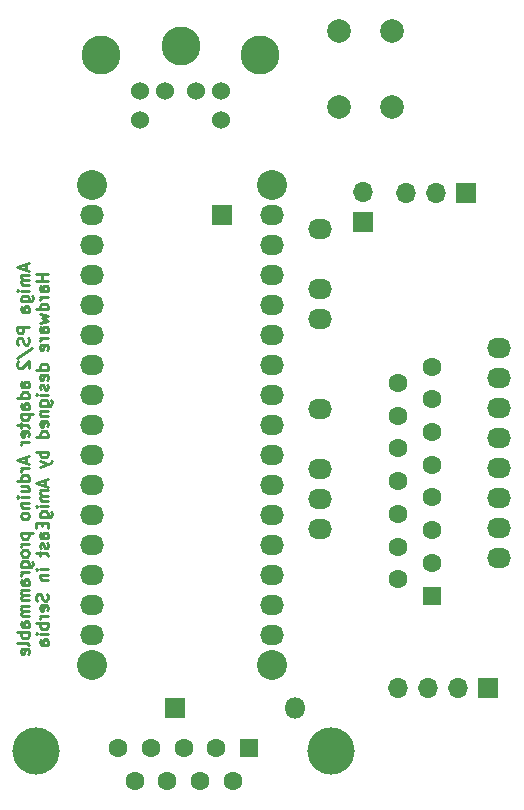
<source format=gbr>
%TF.GenerationSoftware,KiCad,Pcbnew,(6.0.2)*%
%TF.CreationDate,2024-03-24T20:04:16+01:00*%
%TF.ProjectId,amigaps2 revision1.5,616d6967-6170-4733-9220-726576697369,rev?*%
%TF.SameCoordinates,Original*%
%TF.FileFunction,Soldermask,Bot*%
%TF.FilePolarity,Negative*%
%FSLAX46Y46*%
G04 Gerber Fmt 4.6, Leading zero omitted, Abs format (unit mm)*
G04 Created by KiCad (PCBNEW (6.0.2)) date 2024-03-24 20:04:16*
%MOMM*%
%LPD*%
G01*
G04 APERTURE LIST*
%ADD10C,0.250000*%
%ADD11O,2.032000X1.727200*%
%ADD12C,2.540000*%
%ADD13R,1.700000X1.700000*%
%ADD14O,1.700000X1.700000*%
%ADD15C,1.600000*%
%ADD16C,4.000000*%
%ADD17R,1.600000X1.600000*%
%ADD18R,1.800000X1.800000*%
%ADD19O,1.800000X1.800000*%
%ADD20C,1.524000*%
%ADD21C,3.300000*%
%ADD22C,2.000000*%
G04 APERTURE END LIST*
D10*
X133851666Y-75386190D02*
X133851666Y-75862380D01*
X134137380Y-75290952D02*
X133137380Y-75624285D01*
X134137380Y-75957619D01*
X134137380Y-76290952D02*
X133470714Y-76290952D01*
X133565952Y-76290952D02*
X133518333Y-76338571D01*
X133470714Y-76433809D01*
X133470714Y-76576666D01*
X133518333Y-76671904D01*
X133613571Y-76719523D01*
X134137380Y-76719523D01*
X133613571Y-76719523D02*
X133518333Y-76767142D01*
X133470714Y-76862380D01*
X133470714Y-77005238D01*
X133518333Y-77100476D01*
X133613571Y-77148095D01*
X134137380Y-77148095D01*
X134137380Y-77624285D02*
X133470714Y-77624285D01*
X133137380Y-77624285D02*
X133185000Y-77576666D01*
X133232619Y-77624285D01*
X133185000Y-77671904D01*
X133137380Y-77624285D01*
X133232619Y-77624285D01*
X133470714Y-78529047D02*
X134280238Y-78529047D01*
X134375476Y-78481428D01*
X134423095Y-78433809D01*
X134470714Y-78338571D01*
X134470714Y-78195714D01*
X134423095Y-78100476D01*
X134089761Y-78529047D02*
X134137380Y-78433809D01*
X134137380Y-78243333D01*
X134089761Y-78148095D01*
X134042142Y-78100476D01*
X133946904Y-78052857D01*
X133661190Y-78052857D01*
X133565952Y-78100476D01*
X133518333Y-78148095D01*
X133470714Y-78243333D01*
X133470714Y-78433809D01*
X133518333Y-78529047D01*
X134137380Y-79433809D02*
X133613571Y-79433809D01*
X133518333Y-79386190D01*
X133470714Y-79290952D01*
X133470714Y-79100476D01*
X133518333Y-79005238D01*
X134089761Y-79433809D02*
X134137380Y-79338571D01*
X134137380Y-79100476D01*
X134089761Y-79005238D01*
X133994523Y-78957619D01*
X133899285Y-78957619D01*
X133804047Y-79005238D01*
X133756428Y-79100476D01*
X133756428Y-79338571D01*
X133708809Y-79433809D01*
X134137380Y-80671904D02*
X133137380Y-80671904D01*
X133137380Y-81052857D01*
X133185000Y-81148095D01*
X133232619Y-81195714D01*
X133327857Y-81243333D01*
X133470714Y-81243333D01*
X133565952Y-81195714D01*
X133613571Y-81148095D01*
X133661190Y-81052857D01*
X133661190Y-80671904D01*
X134089761Y-81624285D02*
X134137380Y-81767142D01*
X134137380Y-82005238D01*
X134089761Y-82100476D01*
X134042142Y-82148095D01*
X133946904Y-82195714D01*
X133851666Y-82195714D01*
X133756428Y-82148095D01*
X133708809Y-82100476D01*
X133661190Y-82005238D01*
X133613571Y-81814761D01*
X133565952Y-81719523D01*
X133518333Y-81671904D01*
X133423095Y-81624285D01*
X133327857Y-81624285D01*
X133232619Y-81671904D01*
X133185000Y-81719523D01*
X133137380Y-81814761D01*
X133137380Y-82052857D01*
X133185000Y-82195714D01*
X133089761Y-83338571D02*
X134375476Y-82481428D01*
X133232619Y-83624285D02*
X133185000Y-83671904D01*
X133137380Y-83767142D01*
X133137380Y-84005238D01*
X133185000Y-84100476D01*
X133232619Y-84148095D01*
X133327857Y-84195714D01*
X133423095Y-84195714D01*
X133565952Y-84148095D01*
X134137380Y-83576666D01*
X134137380Y-84195714D01*
X134137380Y-85814761D02*
X133613571Y-85814761D01*
X133518333Y-85767142D01*
X133470714Y-85671904D01*
X133470714Y-85481428D01*
X133518333Y-85386190D01*
X134089761Y-85814761D02*
X134137380Y-85719523D01*
X134137380Y-85481428D01*
X134089761Y-85386190D01*
X133994523Y-85338571D01*
X133899285Y-85338571D01*
X133804047Y-85386190D01*
X133756428Y-85481428D01*
X133756428Y-85719523D01*
X133708809Y-85814761D01*
X134137380Y-86719523D02*
X133137380Y-86719523D01*
X134089761Y-86719523D02*
X134137380Y-86624285D01*
X134137380Y-86433809D01*
X134089761Y-86338571D01*
X134042142Y-86290952D01*
X133946904Y-86243333D01*
X133661190Y-86243333D01*
X133565952Y-86290952D01*
X133518333Y-86338571D01*
X133470714Y-86433809D01*
X133470714Y-86624285D01*
X133518333Y-86719523D01*
X134137380Y-87624285D02*
X133613571Y-87624285D01*
X133518333Y-87576666D01*
X133470714Y-87481428D01*
X133470714Y-87290952D01*
X133518333Y-87195714D01*
X134089761Y-87624285D02*
X134137380Y-87529047D01*
X134137380Y-87290952D01*
X134089761Y-87195714D01*
X133994523Y-87148095D01*
X133899285Y-87148095D01*
X133804047Y-87195714D01*
X133756428Y-87290952D01*
X133756428Y-87529047D01*
X133708809Y-87624285D01*
X133470714Y-88100476D02*
X134470714Y-88100476D01*
X133518333Y-88100476D02*
X133470714Y-88195714D01*
X133470714Y-88386190D01*
X133518333Y-88481428D01*
X133565952Y-88529047D01*
X133661190Y-88576666D01*
X133946904Y-88576666D01*
X134042142Y-88529047D01*
X134089761Y-88481428D01*
X134137380Y-88386190D01*
X134137380Y-88195714D01*
X134089761Y-88100476D01*
X133470714Y-88862380D02*
X133470714Y-89243333D01*
X133137380Y-89005238D02*
X133994523Y-89005238D01*
X134089761Y-89052857D01*
X134137380Y-89148095D01*
X134137380Y-89243333D01*
X134089761Y-89957619D02*
X134137380Y-89862380D01*
X134137380Y-89671904D01*
X134089761Y-89576666D01*
X133994523Y-89529047D01*
X133613571Y-89529047D01*
X133518333Y-89576666D01*
X133470714Y-89671904D01*
X133470714Y-89862380D01*
X133518333Y-89957619D01*
X133613571Y-90005238D01*
X133708809Y-90005238D01*
X133804047Y-89529047D01*
X134137380Y-90433809D02*
X133470714Y-90433809D01*
X133661190Y-90433809D02*
X133565952Y-90481428D01*
X133518333Y-90529047D01*
X133470714Y-90624285D01*
X133470714Y-90719523D01*
X133851666Y-91767142D02*
X133851666Y-92243333D01*
X134137380Y-91671904D02*
X133137380Y-92005238D01*
X134137380Y-92338571D01*
X134137380Y-92671904D02*
X133470714Y-92671904D01*
X133661190Y-92671904D02*
X133565952Y-92719523D01*
X133518333Y-92767142D01*
X133470714Y-92862380D01*
X133470714Y-92957619D01*
X134137380Y-93719523D02*
X133137380Y-93719523D01*
X134089761Y-93719523D02*
X134137380Y-93624285D01*
X134137380Y-93433809D01*
X134089761Y-93338571D01*
X134042142Y-93290952D01*
X133946904Y-93243333D01*
X133661190Y-93243333D01*
X133565952Y-93290952D01*
X133518333Y-93338571D01*
X133470714Y-93433809D01*
X133470714Y-93624285D01*
X133518333Y-93719523D01*
X133470714Y-94624285D02*
X134137380Y-94624285D01*
X133470714Y-94195714D02*
X133994523Y-94195714D01*
X134089761Y-94243333D01*
X134137380Y-94338571D01*
X134137380Y-94481428D01*
X134089761Y-94576666D01*
X134042142Y-94624285D01*
X134137380Y-95100476D02*
X133470714Y-95100476D01*
X133137380Y-95100476D02*
X133185000Y-95052857D01*
X133232619Y-95100476D01*
X133185000Y-95148095D01*
X133137380Y-95100476D01*
X133232619Y-95100476D01*
X133470714Y-95576666D02*
X134137380Y-95576666D01*
X133565952Y-95576666D02*
X133518333Y-95624285D01*
X133470714Y-95719523D01*
X133470714Y-95862380D01*
X133518333Y-95957619D01*
X133613571Y-96005238D01*
X134137380Y-96005238D01*
X134137380Y-96624285D02*
X134089761Y-96529047D01*
X134042142Y-96481428D01*
X133946904Y-96433809D01*
X133661190Y-96433809D01*
X133565952Y-96481428D01*
X133518333Y-96529047D01*
X133470714Y-96624285D01*
X133470714Y-96767142D01*
X133518333Y-96862380D01*
X133565952Y-96909999D01*
X133661190Y-96957619D01*
X133946904Y-96957619D01*
X134042142Y-96909999D01*
X134089761Y-96862380D01*
X134137380Y-96767142D01*
X134137380Y-96624285D01*
X133470714Y-98148095D02*
X134470714Y-98148095D01*
X133518333Y-98148095D02*
X133470714Y-98243333D01*
X133470714Y-98433809D01*
X133518333Y-98529047D01*
X133565952Y-98576666D01*
X133661190Y-98624285D01*
X133946904Y-98624285D01*
X134042142Y-98576666D01*
X134089761Y-98529047D01*
X134137380Y-98433809D01*
X134137380Y-98243333D01*
X134089761Y-98148095D01*
X134137380Y-99052857D02*
X133470714Y-99052857D01*
X133661190Y-99052857D02*
X133565952Y-99100476D01*
X133518333Y-99148095D01*
X133470714Y-99243333D01*
X133470714Y-99338571D01*
X134137380Y-99814761D02*
X134089761Y-99719523D01*
X134042142Y-99671904D01*
X133946904Y-99624285D01*
X133661190Y-99624285D01*
X133565952Y-99671904D01*
X133518333Y-99719523D01*
X133470714Y-99814761D01*
X133470714Y-99957619D01*
X133518333Y-100052857D01*
X133565952Y-100100476D01*
X133661190Y-100148095D01*
X133946904Y-100148095D01*
X134042142Y-100100476D01*
X134089761Y-100052857D01*
X134137380Y-99957619D01*
X134137380Y-99814761D01*
X133470714Y-101005238D02*
X134280238Y-101005238D01*
X134375476Y-100957619D01*
X134423095Y-100909999D01*
X134470714Y-100814761D01*
X134470714Y-100671904D01*
X134423095Y-100576666D01*
X134089761Y-101005238D02*
X134137380Y-100909999D01*
X134137380Y-100719523D01*
X134089761Y-100624285D01*
X134042142Y-100576666D01*
X133946904Y-100529047D01*
X133661190Y-100529047D01*
X133565952Y-100576666D01*
X133518333Y-100624285D01*
X133470714Y-100719523D01*
X133470714Y-100909999D01*
X133518333Y-101005238D01*
X134137380Y-101481428D02*
X133470714Y-101481428D01*
X133661190Y-101481428D02*
X133565952Y-101529047D01*
X133518333Y-101576666D01*
X133470714Y-101671904D01*
X133470714Y-101767142D01*
X134137380Y-102529047D02*
X133613571Y-102529047D01*
X133518333Y-102481428D01*
X133470714Y-102386190D01*
X133470714Y-102195714D01*
X133518333Y-102100476D01*
X134089761Y-102529047D02*
X134137380Y-102433809D01*
X134137380Y-102195714D01*
X134089761Y-102100476D01*
X133994523Y-102052857D01*
X133899285Y-102052857D01*
X133804047Y-102100476D01*
X133756428Y-102195714D01*
X133756428Y-102433809D01*
X133708809Y-102529047D01*
X134137380Y-103005238D02*
X133470714Y-103005238D01*
X133565952Y-103005238D02*
X133518333Y-103052857D01*
X133470714Y-103148095D01*
X133470714Y-103290952D01*
X133518333Y-103386190D01*
X133613571Y-103433809D01*
X134137380Y-103433809D01*
X133613571Y-103433809D02*
X133518333Y-103481428D01*
X133470714Y-103576666D01*
X133470714Y-103719523D01*
X133518333Y-103814761D01*
X133613571Y-103862380D01*
X134137380Y-103862380D01*
X134137380Y-104338571D02*
X133470714Y-104338571D01*
X133565952Y-104338571D02*
X133518333Y-104386190D01*
X133470714Y-104481428D01*
X133470714Y-104624285D01*
X133518333Y-104719523D01*
X133613571Y-104767142D01*
X134137380Y-104767142D01*
X133613571Y-104767142D02*
X133518333Y-104814761D01*
X133470714Y-104909999D01*
X133470714Y-105052857D01*
X133518333Y-105148095D01*
X133613571Y-105195714D01*
X134137380Y-105195714D01*
X134137380Y-106100476D02*
X133613571Y-106100476D01*
X133518333Y-106052857D01*
X133470714Y-105957619D01*
X133470714Y-105767142D01*
X133518333Y-105671904D01*
X134089761Y-106100476D02*
X134137380Y-106005238D01*
X134137380Y-105767142D01*
X134089761Y-105671904D01*
X133994523Y-105624285D01*
X133899285Y-105624285D01*
X133804047Y-105671904D01*
X133756428Y-105767142D01*
X133756428Y-106005238D01*
X133708809Y-106100476D01*
X134137380Y-106576666D02*
X133137380Y-106576666D01*
X133518333Y-106576666D02*
X133470714Y-106671904D01*
X133470714Y-106862380D01*
X133518333Y-106957619D01*
X133565952Y-107005238D01*
X133661190Y-107052857D01*
X133946904Y-107052857D01*
X134042142Y-107005238D01*
X134089761Y-106957619D01*
X134137380Y-106862380D01*
X134137380Y-106671904D01*
X134089761Y-106576666D01*
X134137380Y-107624285D02*
X134089761Y-107529047D01*
X133994523Y-107481428D01*
X133137380Y-107481428D01*
X134089761Y-108386190D02*
X134137380Y-108290952D01*
X134137380Y-108100476D01*
X134089761Y-108005238D01*
X133994523Y-107957619D01*
X133613571Y-107957619D01*
X133518333Y-108005238D01*
X133470714Y-108100476D01*
X133470714Y-108290952D01*
X133518333Y-108386190D01*
X133613571Y-108433809D01*
X133708809Y-108433809D01*
X133804047Y-107957619D01*
X135747380Y-76219523D02*
X134747380Y-76219523D01*
X135223571Y-76219523D02*
X135223571Y-76790952D01*
X135747380Y-76790952D02*
X134747380Y-76790952D01*
X135747380Y-77695714D02*
X135223571Y-77695714D01*
X135128333Y-77648095D01*
X135080714Y-77552857D01*
X135080714Y-77362380D01*
X135128333Y-77267142D01*
X135699761Y-77695714D02*
X135747380Y-77600476D01*
X135747380Y-77362380D01*
X135699761Y-77267142D01*
X135604523Y-77219523D01*
X135509285Y-77219523D01*
X135414047Y-77267142D01*
X135366428Y-77362380D01*
X135366428Y-77600476D01*
X135318809Y-77695714D01*
X135747380Y-78171904D02*
X135080714Y-78171904D01*
X135271190Y-78171904D02*
X135175952Y-78219523D01*
X135128333Y-78267142D01*
X135080714Y-78362380D01*
X135080714Y-78457619D01*
X135747380Y-79219523D02*
X134747380Y-79219523D01*
X135699761Y-79219523D02*
X135747380Y-79124285D01*
X135747380Y-78933809D01*
X135699761Y-78838571D01*
X135652142Y-78790952D01*
X135556904Y-78743333D01*
X135271190Y-78743333D01*
X135175952Y-78790952D01*
X135128333Y-78838571D01*
X135080714Y-78933809D01*
X135080714Y-79124285D01*
X135128333Y-79219523D01*
X135080714Y-79600476D02*
X135747380Y-79790952D01*
X135271190Y-79981428D01*
X135747380Y-80171904D01*
X135080714Y-80362380D01*
X135747380Y-81171904D02*
X135223571Y-81171904D01*
X135128333Y-81124285D01*
X135080714Y-81029047D01*
X135080714Y-80838571D01*
X135128333Y-80743333D01*
X135699761Y-81171904D02*
X135747380Y-81076666D01*
X135747380Y-80838571D01*
X135699761Y-80743333D01*
X135604523Y-80695714D01*
X135509285Y-80695714D01*
X135414047Y-80743333D01*
X135366428Y-80838571D01*
X135366428Y-81076666D01*
X135318809Y-81171904D01*
X135747380Y-81648095D02*
X135080714Y-81648095D01*
X135271190Y-81648095D02*
X135175952Y-81695714D01*
X135128333Y-81743333D01*
X135080714Y-81838571D01*
X135080714Y-81933809D01*
X135699761Y-82648095D02*
X135747380Y-82552857D01*
X135747380Y-82362380D01*
X135699761Y-82267142D01*
X135604523Y-82219523D01*
X135223571Y-82219523D01*
X135128333Y-82267142D01*
X135080714Y-82362380D01*
X135080714Y-82552857D01*
X135128333Y-82648095D01*
X135223571Y-82695714D01*
X135318809Y-82695714D01*
X135414047Y-82219523D01*
X135747380Y-84314761D02*
X134747380Y-84314761D01*
X135699761Y-84314761D02*
X135747380Y-84219523D01*
X135747380Y-84029047D01*
X135699761Y-83933809D01*
X135652142Y-83886190D01*
X135556904Y-83838571D01*
X135271190Y-83838571D01*
X135175952Y-83886190D01*
X135128333Y-83933809D01*
X135080714Y-84029047D01*
X135080714Y-84219523D01*
X135128333Y-84314761D01*
X135699761Y-85171904D02*
X135747380Y-85076666D01*
X135747380Y-84886190D01*
X135699761Y-84790952D01*
X135604523Y-84743333D01*
X135223571Y-84743333D01*
X135128333Y-84790952D01*
X135080714Y-84886190D01*
X135080714Y-85076666D01*
X135128333Y-85171904D01*
X135223571Y-85219523D01*
X135318809Y-85219523D01*
X135414047Y-84743333D01*
X135699761Y-85600476D02*
X135747380Y-85695714D01*
X135747380Y-85886190D01*
X135699761Y-85981428D01*
X135604523Y-86029047D01*
X135556904Y-86029047D01*
X135461666Y-85981428D01*
X135414047Y-85886190D01*
X135414047Y-85743333D01*
X135366428Y-85648095D01*
X135271190Y-85600476D01*
X135223571Y-85600476D01*
X135128333Y-85648095D01*
X135080714Y-85743333D01*
X135080714Y-85886190D01*
X135128333Y-85981428D01*
X135747380Y-86457619D02*
X135080714Y-86457619D01*
X134747380Y-86457619D02*
X134795000Y-86410000D01*
X134842619Y-86457619D01*
X134795000Y-86505238D01*
X134747380Y-86457619D01*
X134842619Y-86457619D01*
X135080714Y-87362380D02*
X135890238Y-87362380D01*
X135985476Y-87314761D01*
X136033095Y-87267142D01*
X136080714Y-87171904D01*
X136080714Y-87029047D01*
X136033095Y-86933809D01*
X135699761Y-87362380D02*
X135747380Y-87267142D01*
X135747380Y-87076666D01*
X135699761Y-86981428D01*
X135652142Y-86933809D01*
X135556904Y-86886190D01*
X135271190Y-86886190D01*
X135175952Y-86933809D01*
X135128333Y-86981428D01*
X135080714Y-87076666D01*
X135080714Y-87267142D01*
X135128333Y-87362380D01*
X135080714Y-87838571D02*
X135747380Y-87838571D01*
X135175952Y-87838571D02*
X135128333Y-87886190D01*
X135080714Y-87981428D01*
X135080714Y-88124285D01*
X135128333Y-88219523D01*
X135223571Y-88267142D01*
X135747380Y-88267142D01*
X135699761Y-89124285D02*
X135747380Y-89029047D01*
X135747380Y-88838571D01*
X135699761Y-88743333D01*
X135604523Y-88695714D01*
X135223571Y-88695714D01*
X135128333Y-88743333D01*
X135080714Y-88838571D01*
X135080714Y-89029047D01*
X135128333Y-89124285D01*
X135223571Y-89171904D01*
X135318809Y-89171904D01*
X135414047Y-88695714D01*
X135747380Y-90029047D02*
X134747380Y-90029047D01*
X135699761Y-90029047D02*
X135747380Y-89933809D01*
X135747380Y-89743333D01*
X135699761Y-89648095D01*
X135652142Y-89600476D01*
X135556904Y-89552857D01*
X135271190Y-89552857D01*
X135175952Y-89600476D01*
X135128333Y-89648095D01*
X135080714Y-89743333D01*
X135080714Y-89933809D01*
X135128333Y-90029047D01*
X135747380Y-91267142D02*
X134747380Y-91267142D01*
X135128333Y-91267142D02*
X135080714Y-91362380D01*
X135080714Y-91552857D01*
X135128333Y-91648095D01*
X135175952Y-91695714D01*
X135271190Y-91743333D01*
X135556904Y-91743333D01*
X135652142Y-91695714D01*
X135699761Y-91648095D01*
X135747380Y-91552857D01*
X135747380Y-91362380D01*
X135699761Y-91267142D01*
X135080714Y-92076666D02*
X135747380Y-92314761D01*
X135080714Y-92552857D02*
X135747380Y-92314761D01*
X135985476Y-92219523D01*
X136033095Y-92171904D01*
X136080714Y-92076666D01*
X135461666Y-93648095D02*
X135461666Y-94124285D01*
X135747380Y-93552857D02*
X134747380Y-93886190D01*
X135747380Y-94219523D01*
X135747380Y-94552857D02*
X135080714Y-94552857D01*
X135175952Y-94552857D02*
X135128333Y-94600476D01*
X135080714Y-94695714D01*
X135080714Y-94838571D01*
X135128333Y-94933809D01*
X135223571Y-94981428D01*
X135747380Y-94981428D01*
X135223571Y-94981428D02*
X135128333Y-95029047D01*
X135080714Y-95124285D01*
X135080714Y-95267142D01*
X135128333Y-95362380D01*
X135223571Y-95409999D01*
X135747380Y-95409999D01*
X135747380Y-95886190D02*
X135080714Y-95886190D01*
X134747380Y-95886190D02*
X134795000Y-95838571D01*
X134842619Y-95886190D01*
X134795000Y-95933809D01*
X134747380Y-95886190D01*
X134842619Y-95886190D01*
X135080714Y-96790952D02*
X135890238Y-96790952D01*
X135985476Y-96743333D01*
X136033095Y-96695714D01*
X136080714Y-96600476D01*
X136080714Y-96457619D01*
X136033095Y-96362380D01*
X135699761Y-96790952D02*
X135747380Y-96695714D01*
X135747380Y-96505238D01*
X135699761Y-96409999D01*
X135652142Y-96362380D01*
X135556904Y-96314761D01*
X135271190Y-96314761D01*
X135175952Y-96362380D01*
X135128333Y-96409999D01*
X135080714Y-96505238D01*
X135080714Y-96695714D01*
X135128333Y-96790952D01*
X135223571Y-97267142D02*
X135223571Y-97600476D01*
X135747380Y-97743333D02*
X135747380Y-97267142D01*
X134747380Y-97267142D01*
X134747380Y-97743333D01*
X135747380Y-98600476D02*
X135223571Y-98600476D01*
X135128333Y-98552857D01*
X135080714Y-98457619D01*
X135080714Y-98267142D01*
X135128333Y-98171904D01*
X135699761Y-98600476D02*
X135747380Y-98505238D01*
X135747380Y-98267142D01*
X135699761Y-98171904D01*
X135604523Y-98124285D01*
X135509285Y-98124285D01*
X135414047Y-98171904D01*
X135366428Y-98267142D01*
X135366428Y-98505238D01*
X135318809Y-98600476D01*
X135699761Y-99029047D02*
X135747380Y-99124285D01*
X135747380Y-99314761D01*
X135699761Y-99409999D01*
X135604523Y-99457619D01*
X135556904Y-99457619D01*
X135461666Y-99409999D01*
X135414047Y-99314761D01*
X135414047Y-99171904D01*
X135366428Y-99076666D01*
X135271190Y-99029047D01*
X135223571Y-99029047D01*
X135128333Y-99076666D01*
X135080714Y-99171904D01*
X135080714Y-99314761D01*
X135128333Y-99409999D01*
X135080714Y-99743333D02*
X135080714Y-100124285D01*
X134747380Y-99886190D02*
X135604523Y-99886190D01*
X135699761Y-99933809D01*
X135747380Y-100029047D01*
X135747380Y-100124285D01*
X135747380Y-101219523D02*
X135080714Y-101219523D01*
X134747380Y-101219523D02*
X134795000Y-101171904D01*
X134842619Y-101219523D01*
X134795000Y-101267142D01*
X134747380Y-101219523D01*
X134842619Y-101219523D01*
X135080714Y-101695714D02*
X135747380Y-101695714D01*
X135175952Y-101695714D02*
X135128333Y-101743333D01*
X135080714Y-101838571D01*
X135080714Y-101981428D01*
X135128333Y-102076666D01*
X135223571Y-102124285D01*
X135747380Y-102124285D01*
X135699761Y-103314761D02*
X135747380Y-103457619D01*
X135747380Y-103695714D01*
X135699761Y-103790952D01*
X135652142Y-103838571D01*
X135556904Y-103886190D01*
X135461666Y-103886190D01*
X135366428Y-103838571D01*
X135318809Y-103790952D01*
X135271190Y-103695714D01*
X135223571Y-103505238D01*
X135175952Y-103409999D01*
X135128333Y-103362380D01*
X135033095Y-103314761D01*
X134937857Y-103314761D01*
X134842619Y-103362380D01*
X134795000Y-103409999D01*
X134747380Y-103505238D01*
X134747380Y-103743333D01*
X134795000Y-103886190D01*
X135699761Y-104695714D02*
X135747380Y-104600476D01*
X135747380Y-104409999D01*
X135699761Y-104314761D01*
X135604523Y-104267142D01*
X135223571Y-104267142D01*
X135128333Y-104314761D01*
X135080714Y-104409999D01*
X135080714Y-104600476D01*
X135128333Y-104695714D01*
X135223571Y-104743333D01*
X135318809Y-104743333D01*
X135414047Y-104267142D01*
X135747380Y-105171904D02*
X135080714Y-105171904D01*
X135271190Y-105171904D02*
X135175952Y-105219523D01*
X135128333Y-105267142D01*
X135080714Y-105362380D01*
X135080714Y-105457619D01*
X135747380Y-105790952D02*
X134747380Y-105790952D01*
X135128333Y-105790952D02*
X135080714Y-105886190D01*
X135080714Y-106076666D01*
X135128333Y-106171904D01*
X135175952Y-106219523D01*
X135271190Y-106267142D01*
X135556904Y-106267142D01*
X135652142Y-106219523D01*
X135699761Y-106171904D01*
X135747380Y-106076666D01*
X135747380Y-105886190D01*
X135699761Y-105790952D01*
X135747380Y-106695714D02*
X135080714Y-106695714D01*
X134747380Y-106695714D02*
X134795000Y-106648095D01*
X134842619Y-106695714D01*
X134795000Y-106743333D01*
X134747380Y-106695714D01*
X134842619Y-106695714D01*
X135747380Y-107600476D02*
X135223571Y-107600476D01*
X135128333Y-107552857D01*
X135080714Y-107457619D01*
X135080714Y-107267142D01*
X135128333Y-107171904D01*
X135699761Y-107600476D02*
X135747380Y-107505238D01*
X135747380Y-107267142D01*
X135699761Y-107171904D01*
X135604523Y-107124285D01*
X135509285Y-107124285D01*
X135414047Y-107171904D01*
X135366428Y-107267142D01*
X135366428Y-107505238D01*
X135318809Y-107600476D01*
D11*
%TO.C,P1*%
X139446000Y-71247000D03*
X139446000Y-73787000D03*
X139446000Y-76327000D03*
X139446000Y-78867000D03*
X139446000Y-81407000D03*
X139446000Y-83947000D03*
X139446000Y-86487000D03*
X139446000Y-91567000D03*
X139446000Y-94107000D03*
X139446000Y-96647000D03*
X139446000Y-99187000D03*
X139446000Y-101727000D03*
X139446000Y-104267000D03*
X139446000Y-106807000D03*
X139446000Y-89027000D03*
%TD*%
%TO.C,P2*%
X154686000Y-71247000D03*
X154686000Y-73787000D03*
X154686000Y-76327000D03*
X154686000Y-78867000D03*
X154686000Y-81407000D03*
X154686000Y-83947000D03*
X154686000Y-86487000D03*
X154686000Y-89027000D03*
X154686000Y-91567000D03*
X154686000Y-94107000D03*
X154686000Y-96647000D03*
X154686000Y-99187000D03*
X154686000Y-101727000D03*
X154686000Y-104267000D03*
X154686000Y-106807000D03*
%TD*%
D12*
%TO.C,P3*%
X139446000Y-68707000D03*
%TD*%
%TO.C,P4*%
X139446000Y-109347000D03*
%TD*%
%TO.C,P5*%
X154686000Y-109347000D03*
%TD*%
%TO.C,P6*%
X154686000Y-68707000D03*
%TD*%
D11*
%TO.C,*%
X173959507Y-97770000D03*
%TD*%
%TO.C,*%
X173959507Y-85070000D03*
%TD*%
D13*
%TO.C,REF\u002A\u002A*%
X162458400Y-71780400D03*
D14*
X162458400Y-69240400D03*
%TD*%
D15*
%TO.C,*%
X165384200Y-93759200D03*
%TD*%
D11*
%TO.C,*%
X173959507Y-95230000D03*
%TD*%
%TO.C,*%
X158750000Y-80010000D03*
%TD*%
D15*
%TO.C,*%
X165384200Y-96529200D03*
%TD*%
D11*
%TO.C,*%
X173959507Y-100310000D03*
%TD*%
%TO.C,*%
X173959507Y-90150000D03*
%TD*%
%TO.C,*%
X173959507Y-87610000D03*
%TD*%
D15*
%TO.C,*%
X165384200Y-102069200D03*
%TD*%
D13*
%TO.C,CONFIG*%
X171181000Y-69367000D03*
D14*
X168641000Y-69367000D03*
X166101000Y-69367000D03*
%TD*%
D15*
%TO.C,*%
X168224200Y-89604200D03*
%TD*%
D11*
%TO.C,*%
X158750000Y-87630000D03*
%TD*%
D16*
%TO.C,Female DSUB9 connector*%
X134741000Y-116632000D03*
X159741000Y-116632000D03*
D15*
X148626000Y-119172000D03*
X145856000Y-119172000D03*
X150011000Y-116332000D03*
X144471000Y-116332000D03*
X151396000Y-119172000D03*
X141701000Y-116332000D03*
X143086000Y-119172000D03*
D17*
X152781000Y-116332000D03*
D15*
X147241000Y-116332000D03*
%TD*%
D18*
%TO.C,DIODE*%
X146470000Y-113010000D03*
D19*
X156630000Y-113010000D03*
%TD*%
D11*
%TO.C,*%
X158750000Y-95250000D03*
%TD*%
D15*
%TO.C,*%
X168224200Y-95144200D03*
%TD*%
%TO.C,*%
X168224200Y-84064200D03*
%TD*%
D20*
%TO.C,J1*%
X143568000Y-60706000D03*
X150368000Y-60706000D03*
D21*
X146968000Y-56906000D03*
X140218000Y-57706000D03*
X153718000Y-57706000D03*
D20*
X143568000Y-63206000D03*
X150368000Y-63206000D03*
X145668000Y-60706000D03*
X148268000Y-60706000D03*
%TD*%
D17*
%TO.C,*%
X168224200Y-103454200D03*
%TD*%
D13*
%TO.C,REF\u002A\u002A*%
X173024800Y-111252000D03*
D14*
X170484800Y-111252000D03*
X167944800Y-111252000D03*
X165404800Y-111252000D03*
%TD*%
D11*
%TO.C,*%
X158750000Y-77470000D03*
%TD*%
D15*
%TO.C,*%
X165384200Y-90989200D03*
%TD*%
D11*
%TO.C,*%
X173959507Y-82530000D03*
%TD*%
D15*
%TO.C,*%
X168224200Y-100684200D03*
%TD*%
D11*
%TO.C,*%
X173959507Y-92690000D03*
%TD*%
%TO.C,*%
X158750000Y-97790000D03*
%TD*%
D15*
%TO.C,*%
X168224200Y-97914200D03*
%TD*%
D22*
%TO.C,MouseDPI*%
X164846000Y-62126000D03*
X164846000Y-55626000D03*
X160346000Y-62126000D03*
X160346000Y-55626000D03*
%TD*%
D13*
%TO.C,REF\u002A\u002A*%
X150469600Y-71221600D03*
%TD*%
D15*
%TO.C,*%
X165384200Y-99299200D03*
%TD*%
%TO.C,*%
X165384200Y-85449200D03*
%TD*%
D11*
%TO.C,*%
X158750000Y-72390000D03*
%TD*%
%TO.C,*%
X158750000Y-92710000D03*
%TD*%
D15*
%TO.C,*%
X168224200Y-86834200D03*
%TD*%
%TO.C,*%
X165384200Y-88219200D03*
%TD*%
%TO.C,*%
X168224200Y-92374200D03*
%TD*%
M02*

</source>
